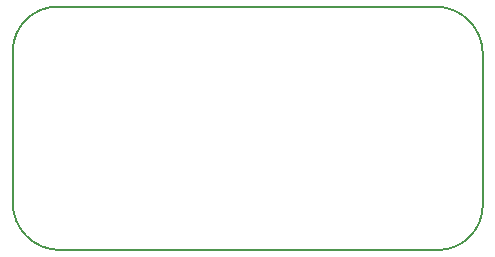
<source format=gm1>
%TF.GenerationSoftware,KiCad,Pcbnew,4.0.4+e1-6308~48~ubuntu14.04.1-stable*%
%TF.CreationDate,2016-11-21T12:06:34-08:00*%
%TF.ProjectId,USB-Breakout-with-Reset,5553422D427265616B6F75742D776974,rev?*%
%TF.FileFunction,Profile,NP*%
%FSLAX46Y46*%
G04 Gerber Fmt 4.6, Leading zero omitted, Abs format (unit mm)*
G04 Created by KiCad (PCBNEW 4.0.4+e1-6308~48~ubuntu14.04.1-stable) date Mon Nov 21 12:06:34 2016*
%MOMM*%
%LPD*%
G01*
G04 APERTURE LIST*
%ADD10C,0.350000*%
%ADD11C,0.152400*%
G04 APERTURE END LIST*
D10*
D11*
X166000000Y-110000000D02*
X166000000Y-97200000D01*
X126200000Y-97000000D02*
X126200000Y-109800000D01*
X126200000Y-109800000D02*
G75*
G03X130200000Y-113800000I4000000J0D01*
G01*
X130200000Y-113800000D02*
X162200000Y-113800000D01*
X162200000Y-113800000D02*
G75*
G03X166000000Y-110000000I0J3800000D01*
G01*
X130000000Y-93200000D02*
G75*
G03X126200000Y-97000000I0J-3800000D01*
G01*
X162000000Y-93200000D02*
X130000000Y-93200000D01*
X166000000Y-97200000D02*
G75*
G03X162000000Y-93200000I-4000000J0D01*
G01*
M02*

</source>
